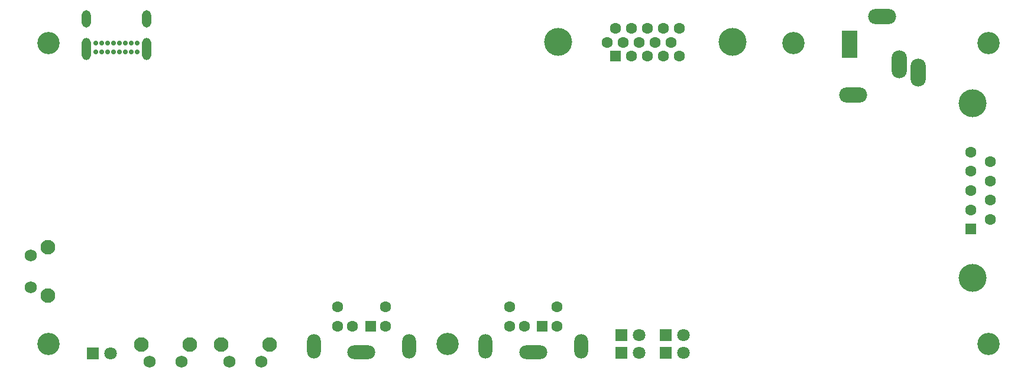
<source format=gbs>
G04 #@! TF.GenerationSoftware,KiCad,Pcbnew,9.0.0-rc3*
G04 #@! TF.CreationDate,2025-02-24T22:30:07+01:00*
G04 #@! TF.ProjectId,nTerm2-s,6e546572-6d32-42d7-932e-6b696361645f,0.05*
G04 #@! TF.SameCoordinates,Original*
G04 #@! TF.FileFunction,Soldermask,Bot*
G04 #@! TF.FilePolarity,Negative*
%FSLAX46Y46*%
G04 Gerber Fmt 4.6, Leading zero omitted, Abs format (unit mm)*
G04 Created by KiCad (PCBNEW 9.0.0-rc3) date 2025-02-24 22:30:07*
%MOMM*%
%LPD*%
G01*
G04 APERTURE LIST*
%ADD10C,3.200000*%
%ADD11C,1.750000*%
%ADD12C,2.100000*%
%ADD13R,1.600000X1.600000*%
%ADD14C,1.600000*%
%ADD15O,2.000000X3.500000*%
%ADD16O,4.000000X2.000000*%
%ADD17R,1.800000X1.800000*%
%ADD18C,1.800000*%
%ADD19C,0.700000*%
%ADD20O,1.300000X3.200000*%
%ADD21O,1.300000X2.500000*%
%ADD22C,4.000000*%
%ADD23O,2.200000X4.000000*%
%ADD24O,4.000000X2.200000*%
%ADD25R,2.200000X4.000000*%
G04 APERTURE END LIST*
D10*
X215076000Y-121498500D03*
X80456000Y-78318500D03*
D11*
X99506000Y-124038500D03*
X95006000Y-124038500D03*
D12*
X100756000Y-121548500D03*
X93746000Y-121548500D03*
D11*
X110936000Y-124038500D03*
X106436000Y-124038500D03*
D12*
X112186000Y-121548500D03*
X105176000Y-121548500D03*
D13*
X126616000Y-118958500D03*
D14*
X124016000Y-118958500D03*
X128716000Y-118958500D03*
X121916000Y-118958500D03*
X128716000Y-116158500D03*
X121916000Y-116158500D03*
D15*
X118466000Y-121808500D03*
D16*
X125316000Y-122608500D03*
D15*
X132166000Y-121808500D03*
D17*
X162498000Y-120228500D03*
D18*
X165038000Y-120228500D03*
D17*
X162498000Y-122768500D03*
D18*
X165038000Y-122768500D03*
D17*
X168848000Y-120228500D03*
D18*
X171388000Y-120228500D03*
D17*
X168848000Y-122768500D03*
D18*
X171388000Y-122768500D03*
D13*
X151217000Y-118958500D03*
D14*
X148617000Y-118958500D03*
X153317000Y-118958500D03*
X146517000Y-118958500D03*
X153317000Y-116158500D03*
X146517000Y-116158500D03*
D15*
X143067000Y-121808500D03*
D16*
X149917000Y-122608500D03*
D15*
X156767000Y-121808500D03*
D10*
X80456000Y-121498500D03*
X137606000Y-121498500D03*
D19*
X93176000Y-79588500D03*
X92326000Y-79588500D03*
X91476000Y-79588500D03*
X90626000Y-79588500D03*
X89776000Y-79588500D03*
X88926000Y-79588500D03*
X88076000Y-79588500D03*
X87226000Y-79588500D03*
X87226000Y-78238500D03*
X88076000Y-78238500D03*
X88926000Y-78238500D03*
X89776000Y-78238500D03*
X90626000Y-78238500D03*
X91476000Y-78238500D03*
X92326000Y-78238500D03*
X93176000Y-78238500D03*
D20*
X94521000Y-79088500D03*
D21*
X94516000Y-74783500D03*
D20*
X85881000Y-79088500D03*
D21*
X85881000Y-74788500D03*
D11*
X77916000Y-113298500D03*
X77916000Y-108798500D03*
D12*
X80406000Y-114548500D03*
X80406000Y-107538500D03*
D17*
X86824750Y-122796000D03*
D18*
X89364750Y-122796000D03*
D22*
X212836000Y-111948500D03*
X212836000Y-86948500D03*
D13*
X212536000Y-104988500D03*
D14*
X212536000Y-102218500D03*
X212536000Y-99448500D03*
X212536000Y-96678500D03*
X212536000Y-93908500D03*
X215376000Y-103603500D03*
X215376000Y-100833500D03*
X215376000Y-98063500D03*
X215376000Y-95293500D03*
D10*
X215076000Y-78318500D03*
D22*
X178478000Y-78087000D03*
X153478000Y-78087000D03*
D13*
X161663000Y-80137000D03*
D14*
X163953000Y-80137000D03*
X166243000Y-80137000D03*
X168533000Y-80137000D03*
X170823000Y-80137000D03*
X160518000Y-78157000D03*
X162808000Y-78157000D03*
X165098000Y-78157000D03*
X167388000Y-78157000D03*
X169678000Y-78157000D03*
X161663000Y-76177000D03*
X163953000Y-76177000D03*
X166243000Y-76177000D03*
X168533000Y-76177000D03*
X170823000Y-76177000D03*
D23*
X205036000Y-82508500D03*
X202336000Y-81308500D03*
D24*
X199836000Y-74508500D03*
D25*
X195236000Y-78408500D03*
D24*
X195736000Y-85708500D03*
D10*
X187136000Y-78318500D03*
M02*

</source>
